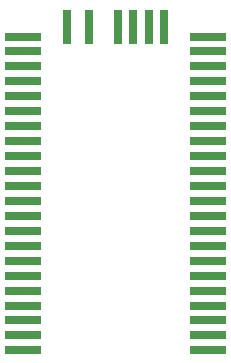
<source format=gtp>
G04 MADE WITH FRITZING*
G04 WWW.FRITZING.ORG*
G04 DOUBLE SIDED*
G04 HOLES PLATED*
G04 CONTOUR ON CENTER OF CONTOUR VECTOR*
%ASAXBY*%
%FSLAX23Y23*%
%MOIN*%
%OFA0B0*%
%SFA1.0B1.0*%
%ADD10R,0.119113X0.027432*%
%ADD11R,0.119113X0.027418*%
%ADD12R,0.027789X0.117580*%
%ADD13R,0.027803X0.117580*%
%LNPASTEMASK1*%
G90*
G70*
G54D10*
X511Y1741D03*
X511Y1692D03*
X511Y1642D03*
X511Y1592D03*
X511Y1542D03*
X511Y1492D03*
X511Y1443D03*
X511Y1393D03*
X511Y1343D03*
X511Y1293D03*
X511Y1244D03*
X511Y1194D03*
G54D11*
X511Y1144D03*
X511Y1094D03*
X511Y1045D03*
X511Y995D03*
X511Y945D03*
X511Y895D03*
X511Y845D03*
X511Y796D03*
X511Y746D03*
X511Y696D03*
X1126Y696D03*
X1126Y746D03*
X1126Y796D03*
X1126Y845D03*
X1126Y895D03*
X1126Y945D03*
X1126Y995D03*
X1126Y1045D03*
X1126Y1094D03*
X1126Y1144D03*
G54D10*
X1126Y1194D03*
X1126Y1244D03*
X1126Y1293D03*
X1126Y1343D03*
X1126Y1393D03*
X1126Y1443D03*
X1126Y1492D03*
X1126Y1542D03*
X1126Y1592D03*
X1126Y1642D03*
X1126Y1692D03*
X1126Y1741D03*
G54D12*
X979Y1775D03*
X929Y1775D03*
X878Y1775D03*
G54D13*
X828Y1775D03*
G54D12*
X731Y1775D03*
X657Y1775D03*
G04 End of PasteMask1*
M02*
</source>
